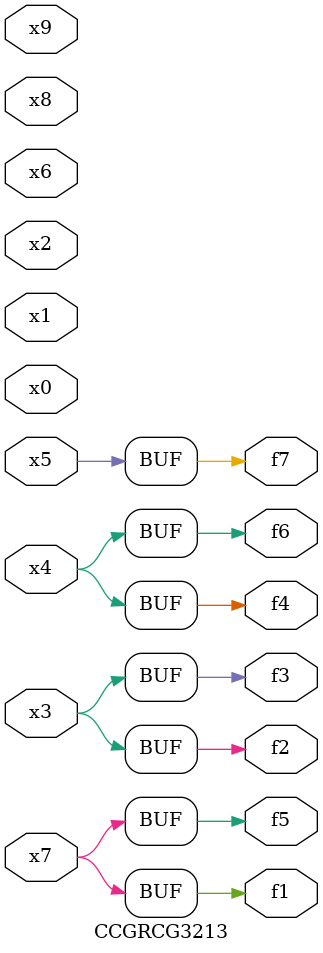
<source format=v>
module CCGRCG3213(
	input x0, x1, x2, x3, x4, x5, x6, x7, x8, x9,
	output f1, f2, f3, f4, f5, f6, f7
);
	assign f1 = x7;
	assign f2 = x3;
	assign f3 = x3;
	assign f4 = x4;
	assign f5 = x7;
	assign f6 = x4;
	assign f7 = x5;
endmodule

</source>
